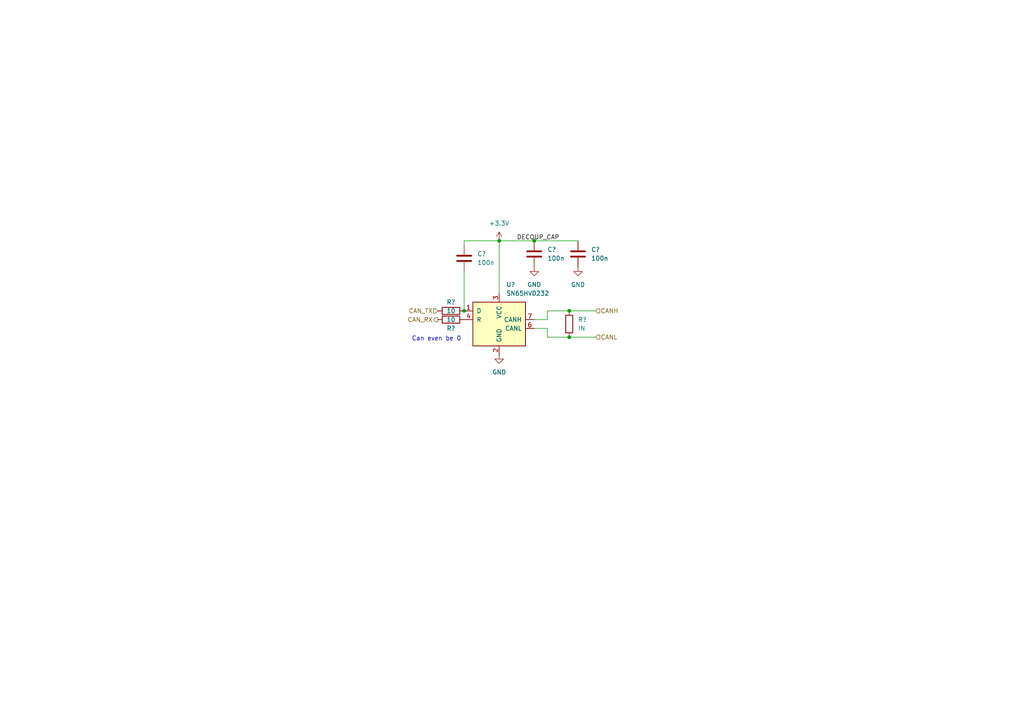
<source format=kicad_sch>
(kicad_sch (version 20211123) (generator eeschema)
  (paper "A4")
  (title_block (title "BLDC Electronic Speed Controller 1.0") (rev "ESC 1.0") (company "Electrium Mobility"))
  (lib_symbols
    (symbol "Device:C" (pin_numbers hide) (pin_names (offset 0.254))
      (property "Reference" "C" (at 0.635 2.54 0))
      (property "Value" "C" (at 0.635 -2.54 0))
      (symbol "C_0_1"
        (polyline (pts (xy -2.032 -0.762) (xy 2.032 -0.762)) (stroke (width 0.508)))
        (polyline (pts (xy -2.032 0.762) (xy 2.032 0.762)) (stroke (width 0.508)))
      )
      (symbol "C_1_1"
        (pin passive line (at 0 3.81 270) (length 2.794) (name "~") (number "1"))
        (pin passive line (at 0 -3.81 90) (length 2.794) (name "~") (number "2"))
      )
    )
    (symbol "Device:R" (pin_numbers hide) (pin_names (offset 0))
      (property "Reference" "R" (at 2.032 0 90))
      (property "Value" "R" (at 0 0 90))
      (symbol "R_0_1"
        (rectangle (start -1.016 -2.54) (end 1.016 2.54) (stroke (width 0.254)))
      )
      (symbol "R_1_1"
        (pin passive line (at 0 3.81 270) (length 1.27) (name "~") (number "1"))
        (pin passive line (at 0 -3.81 90) (length 1.27) (name "~") (number "2"))
      )
    )
    (symbol "Interface_CAN_LIN:SN65HVD232" (pin_names (offset 1.016))
      (property "Reference" "U" (at -2.54 10.16 0))
      (property "Value" "SN65HVD232" (at -2.54 7.62 0))
      (symbol "SN65HVD232_0_1"
        (rectangle (start -7.62 5.08) (end 7.62 -7.62) (stroke (width 0.254)) (fill (type background)))
      )
      (symbol "SN65HVD232_1_1"
        (pin input line (at -10.16 2.54 0) (length 2.54) (name "D") (number "1"))
        (pin power_in line (at 0 -10.16 90) (length 2.54) (name "GND") (number "2"))
        (pin power_in line (at 0 7.62 270) (length 2.54) (name "VCC") (number "3"))
        (pin output line (at -10.16 0 0) (length 2.54) (name "R") (number "4"))
        (pin no_connect line (at -10.16 -2.54 0) (length 2.54) hide (name "NC") (number "5"))
        (pin bidirectional line (at 10.16 -2.54 180) (length 2.54) (name "CANL") (number "6"))
        (pin bidirectional line (at 10.16 0 180) (length 2.54) (name "CANH") (number "7"))
        (pin no_connect line (at -10.16 -5.08 0) (length 2.54) hide (name "NC") (number "8"))
      )
    )
    (symbol "power:+3.3V" (power) (pin_names (offset 0))
      (property "Value" "+3.3V" (at 0 3.556 0))
      (symbol "+3.3V_0_1"
        (polyline (pts (xy -0.762 1.27) (xy 0 2.54)))
        (polyline (pts (xy 0 0) (xy 0 2.54)))
        (polyline (pts (xy 0 2.54) (xy 0.762 1.27)))
      )
      (symbol "+3.3V_1_1"
        (pin power_in line (at 0 0 90) (length 0) hide (name "+3.3V") (number "1"))
      )
    )
    (symbol "power:GND" (power) (pin_names (offset 0))
      (property "Value" "GND" (at 0 -3.81 0))
      (symbol "GND_0_1"
        (polyline (pts (xy 0 0) (xy 0 -1.27) (xy 1.27 -1.27) (xy 0 -2.54) (xy -1.27 -1.27) (xy 0 -1.27)))
      )
      (symbol "GND_1_1"
        (pin power_in line (at 0 0 270) (length 0) hide (name "GND") (number "1"))
      )
    )
  )
  (junction (at 165.1 90.17))
  (junction (at 144.78 69.85))
  (junction (at 134.62 90.17))
  (junction (at 165.1 97.79))
  (junction (at 154.94 69.85))
  (wire (pts (xy 158.75 90.17) (xy 165.1 90.17)))
  (wire (pts (xy 154.94 92.71) (xy 158.75 92.71)))
  (wire (pts (xy 154.94 95.25) (xy 158.75 95.25)))
  (wire (pts (xy 154.94 69.85) (xy 167.64 69.85)))
  (wire (pts (xy 134.62 78.74) (xy 134.62 90.17)))
  (wire (pts (xy 134.62 71.12) (xy 134.62 69.85)))
  (wire (pts (xy 165.1 97.79) (xy 172.72 97.79)))
  (wire (pts (xy 165.1 90.17) (xy 172.72 90.17)))
  (wire (pts (xy 158.75 95.25) (xy 158.75 97.79)))
  (wire (pts (xy 158.75 97.79) (xy 165.1 97.79)))
  (wire (pts (xy 158.75 92.71) (xy 158.75 90.17)))
  (wire (pts (xy 144.78 69.85) (xy 154.94 69.85)))
  (wire (pts (xy 144.78 85.09) (xy 144.78 69.85)))
  (wire (pts (xy 134.62 69.85) (xy 144.78 69.85)))
  (text "Can even be 0\n" (at 119.38 99.06 0) (effects (font (size 1.27 1.27)) (justify left bottom)))
  (label "DECOUP_CAP" (at 149.86 69.85 0))
  (hierarchical_label "CAN_RX" (shape output) (at 127 92.71 180))
  (hierarchical_label "CAN_TX" (shape input) (at 127 90.17 180))
  (hierarchical_label "CANH" (shape input) (at 172.72 90.17 0))
  (hierarchical_label "CANL" (shape input) (at 172.72 97.79 0))
  (symbol (lib_id "Interface_CAN_LIN:SN65HVD232") (at 144.78 92.71 0) (unit 1)
    (property "Reference" "U?" (at 146.7994 82.55 0) (effects (justify left)))
    (property "Value" "SN65HVD232" (at 146.7994 85.09 0) (effects (justify left)))
    (property "Footprint" "Package_SO:SOIC-8_3.9x4.9mm_P1.27mm" (effects hide))
    (property "Datasheet" "http://www.ti.com/lit/ds/symlink/sn65hvd230.pdf" (effects hide))
  )
  (symbol (lib_id "power:GND") (at 154.94 77.47 0) (unit 1)
    (property "Reference" "#PWR?" (effects hide))
    (property "Value" "GND" (at 154.94 82.55 0))
  )
  (symbol (lib_id "power:GND") (at 167.64 77.47 0) (unit 1)
    (property "Reference" "#PWR?" (effects hide))
    (property "Value" "GND" (at 167.64 82.55 0))
  )
  (symbol (lib_id "power:GND") (at 144.78 102.87 0) (unit 1)
    (property "Reference" "#PWR?" (effects hide))
    (property "Value" "GND" (at 144.78 107.95 0))
  )
  (symbol (lib_id "Device:C") (at 154.94 73.66 0) (unit 1)
    (property "Reference" "C?" (at 158.75 72.3899 0) (effects (justify left)))
    (property "Value" "100n" (at 158.75 74.9299 0) (effects (justify left)))
  )
  (symbol (lib_id "Device:R") (at 130.81 90.17 90) (unit 1)
    (property "Reference" "R?" (at 130.81 87.63 90))
    (property "Value" "10" (at 130.81 90.17 90))
  )
  (symbol (lib_id "Device:R") (at 130.81 92.71 270) (unit 1)
    (property "Reference" "R?" (at 130.81 95.25 90))
    (property "Value" "10" (at 130.81 92.71 90))
  )
  (symbol (lib_id "Device:C") (at 167.64 73.66 0) (unit 1)
    (property "Reference" "C?" (at 171.45 72.3899 0) (effects (justify left)))
    (property "Value" "100n" (at 171.45 74.9299 0) (effects (justify left)))
  )
  (symbol (lib_id "Device:C") (at 134.62 74.93 0) (unit 1)
    (property "Reference" "C?" (at 138.43 73.6599 0) (effects (justify left)))
    (property "Value" "100n" (at 138.43 76.1999 0) (effects (justify left)))
  )
  (symbol (lib_id "Device:R") (at 165.1 93.98 0) (unit 1)
    (property "Reference" "R?" (at 167.64 92.7099 0) (effects (justify left)))
    (property "Value" "IN" (at 167.64 95.2499 0) (effects (justify left)))
  )
  (symbol (lib_id "power:+3.3V") (at 144.78 69.85 0) (unit 1)
    (property "Reference" "#PWR?" (effects hide))
    (property "Value" "+3.3V" (at 144.78 64.77 0))
  )
)
</source>
